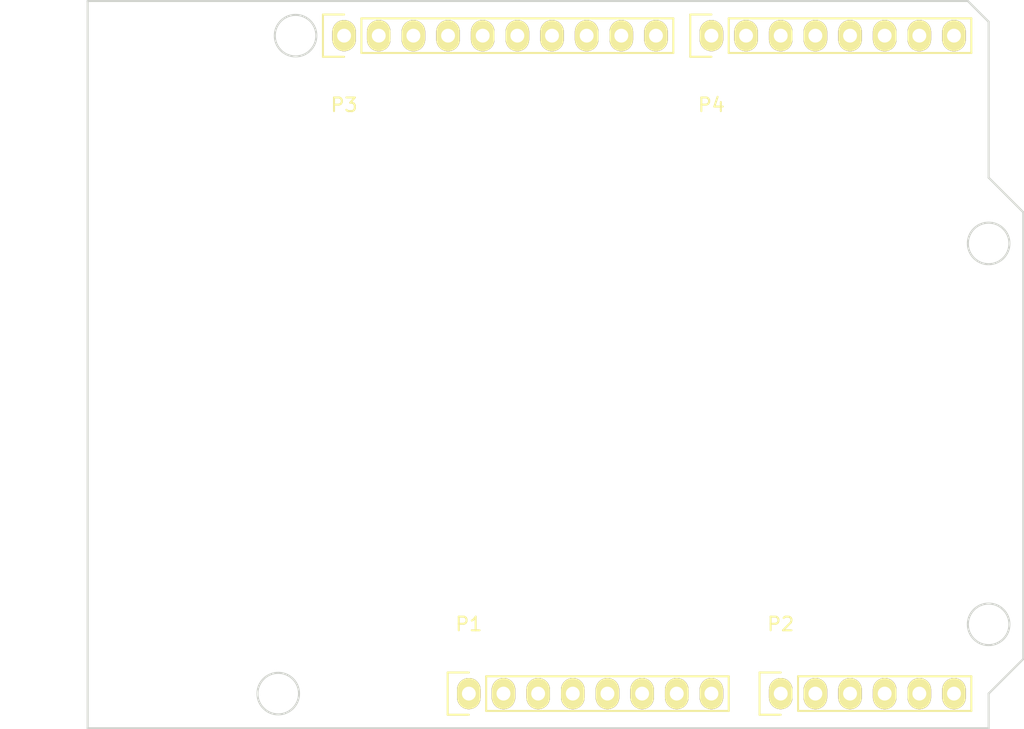
<source format=kicad_pcb>
(kicad_pcb (version 4) (host pcbnew "(2015-03-25 BZR 5536)-product")

  (general
    (links 4)
    (no_connects 4)
    (area 110.922999 72.949999 179.653001 126.440001)
    (thickness 1.6)
    (drawings 30)
    (tracks 0)
    (zones 0)
    (modules 4)
    (nets 29)
  )

  (page A4)
  (title_block
    (date "lun. 30 mars 2015")
  )

  (layers
    (0 F.Cu signal)
    (31 B.Cu signal)
    (32 B.Adhes user)
    (33 F.Adhes user)
    (34 B.Paste user)
    (35 F.Paste user)
    (36 B.SilkS user)
    (37 F.SilkS user)
    (38 B.Mask user)
    (39 F.Mask user)
    (40 Dwgs.User user)
    (41 Cmts.User user)
    (42 Eco1.User user)
    (43 Eco2.User user)
    (44 Edge.Cuts user)
    (45 Margin user)
    (46 B.CrtYd user)
    (47 F.CrtYd user)
    (48 B.Fab user)
    (49 F.Fab user)
  )

  (setup
    (last_trace_width 0.25)
    (trace_clearance 0.2)
    (zone_clearance 0.508)
    (zone_45_only no)
    (trace_min 0.2)
    (segment_width 0.15)
    (edge_width 0.15)
    (via_size 0.6)
    (via_drill 0.4)
    (via_min_size 0.4)
    (via_min_drill 0.3)
    (uvia_size 0.3)
    (uvia_drill 0.1)
    (uvias_allowed no)
    (uvia_min_size 0.2)
    (uvia_min_drill 0.1)
    (pcb_text_width 0.3)
    (pcb_text_size 1.5 1.5)
    (mod_edge_width 0.15)
    (mod_text_size 1 1)
    (mod_text_width 0.15)
    (pad_size 1.5 1.5)
    (pad_drill 0.6)
    (pad_to_mask_clearance 0)
    (aux_axis_origin 110.998 126.365)
    (grid_origin 110.998 126.365)
    (visible_elements FFFFFF7F)
    (pcbplotparams
      (layerselection 0x00030_80000001)
      (usegerberextensions false)
      (excludeedgelayer true)
      (linewidth 0.100000)
      (plotframeref false)
      (viasonmask false)
      (mode 1)
      (useauxorigin false)
      (hpglpennumber 1)
      (hpglpenspeed 20)
      (hpglpendiameter 15)
      (hpglpenoverlay 2)
      (psnegative false)
      (psa4output false)
      (plotreference true)
      (plotvalue true)
      (plotinvisibletext false)
      (padsonsilk false)
      (subtractmaskfromsilk false)
      (outputformat 1)
      (mirror false)
      (drillshape 1)
      (scaleselection 1)
      (outputdirectory ""))
  )

  (net 0 "")
  (net 1 /NC)
  (net 2 /IOREF)
  (net 3 /Reset)
  (net 4 +3.3V)
  (net 5 +5V)
  (net 6 GND)
  (net 7 /Vin)
  (net 8 /A0)
  (net 9 /A1)
  (net 10 /A2)
  (net 11 /A3)
  (net 12 /AREF)
  (net 13 "/A4(SDA)")
  (net 14 "/A5(SCL)")
  (net 15 /13)
  (net 16 /12)
  (net 17 "/11(**)")
  (net 18 "/10(**)")
  (net 19 "/9(**)")
  (net 20 /8)
  (net 21 /7)
  (net 22 "/6(**)")
  (net 23 "/5(**)")
  (net 24 /4)
  (net 25 "/3(**)")
  (net 26 /2)
  (net 27 "/1(Tx)")
  (net 28 "/0(Rx)")

  (net_class Default "This is the default net class."
    (clearance 0.2)
    (trace_width 0.25)
    (via_dia 0.6)
    (via_drill 0.4)
    (uvia_dia 0.3)
    (uvia_drill 0.1)
    (add_net +3.3V)
    (add_net +5V)
    (add_net "/0(Rx)")
    (add_net "/1(Tx)")
    (add_net "/10(**)")
    (add_net "/11(**)")
    (add_net /12)
    (add_net /13)
    (add_net /2)
    (add_net "/3(**)")
    (add_net /4)
    (add_net "/5(**)")
    (add_net "/6(**)")
    (add_net /7)
    (add_net /8)
    (add_net "/9(**)")
    (add_net /A0)
    (add_net /A1)
    (add_net /A2)
    (add_net /A3)
    (add_net "/A4(SDA)")
    (add_net "/A5(SCL)")
    (add_net /AREF)
    (add_net /IOREF)
    (add_net /NC)
    (add_net /Reset)
    (add_net /Vin)
    (add_net GND)
  )

  (module Socket_Arduino_Uno:Socket_Strip_Arduino_1x08 (layer F.Cu) (tedit 5517B5EE) (tstamp 5519A672)
    (at 138.938 123.825)
    (descr "Through hole socket strip")
    (tags "socket strip")
    (path /5517C2C1)
    (fp_text reference P1 (at 0 -5.1) (layer F.SilkS)
      (effects (font (size 1 1) (thickness 0.15)))
    )
    (fp_text value Power (at 0 -3.1) (layer F.Fab)
      (effects (font (size 1 1) (thickness 0.15)))
    )
    (fp_line (start -1.75 -1.75) (end -1.75 1.75) (layer F.CrtYd) (width 0.05))
    (fp_line (start 19.55 -1.75) (end 19.55 1.75) (layer F.CrtYd) (width 0.05))
    (fp_line (start -1.75 -1.75) (end 19.55 -1.75) (layer F.CrtYd) (width 0.05))
    (fp_line (start -1.75 1.75) (end 19.55 1.75) (layer F.CrtYd) (width 0.05))
    (fp_line (start 1.27 1.27) (end 19.05 1.27) (layer F.SilkS) (width 0.15))
    (fp_line (start 19.05 1.27) (end 19.05 -1.27) (layer F.SilkS) (width 0.15))
    (fp_line (start 19.05 -1.27) (end 1.27 -1.27) (layer F.SilkS) (width 0.15))
    (fp_line (start -1.55 1.55) (end 0 1.55) (layer F.SilkS) (width 0.15))
    (fp_line (start 1.27 1.27) (end 1.27 -1.27) (layer F.SilkS) (width 0.15))
    (fp_line (start 0 -1.55) (end -1.55 -1.55) (layer F.SilkS) (width 0.15))
    (fp_line (start -1.55 -1.55) (end -1.55 1.55) (layer F.SilkS) (width 0.15))
    (pad 1 thru_hole oval (at 0 0) (size 1.7272 2.286) (drill 1.016) (layers *.Cu *.Mask F.SilkS)
      (net 1 /NC))
    (pad 2 thru_hole oval (at 2.54 0) (size 1.7272 2.286) (drill 1.016) (layers *.Cu *.Mask F.SilkS)
      (net 2 /IOREF))
    (pad 3 thru_hole oval (at 5.08 0) (size 1.7272 2.286) (drill 1.016) (layers *.Cu *.Mask F.SilkS)
      (net 3 /Reset))
    (pad 4 thru_hole oval (at 7.62 0) (size 1.7272 2.286) (drill 1.016) (layers *.Cu *.Mask F.SilkS)
      (net 4 +3.3V))
    (pad 5 thru_hole oval (at 10.16 0) (size 1.7272 2.286) (drill 1.016) (layers *.Cu *.Mask F.SilkS)
      (net 5 +5V))
    (pad 6 thru_hole oval (at 12.7 0) (size 1.7272 2.286) (drill 1.016) (layers *.Cu *.Mask F.SilkS)
      (net 6 GND))
    (pad 7 thru_hole oval (at 15.24 0) (size 1.7272 2.286) (drill 1.016) (layers *.Cu *.Mask F.SilkS)
      (net 6 GND))
    (pad 8 thru_hole oval (at 17.78 0) (size 1.7272 2.286) (drill 1.016) (layers *.Cu *.Mask F.SilkS)
      (net 7 /Vin))
    (model ${KIPRJMOD}/Socket_Arduino.3dshapes/Socket_header_Arduino_1x08.wrl
      (at (xyz 0.35 0 0))
      (scale (xyz 1 1 1))
      (rotate (xyz 0 0 180))
    )
  )

  (module Socket_Arduino_Uno:Socket_Strip_Arduino_1x06 (layer F.Cu) (tedit 5517B6F3) (tstamp 5519A67D)
    (at 161.798 123.825)
    (descr "Through hole socket strip")
    (tags "socket strip")
    (path /5517C323)
    (fp_text reference P2 (at 0 -5.1) (layer F.SilkS)
      (effects (font (size 1 1) (thickness 0.15)))
    )
    (fp_text value Analog (at 0 -3.1) (layer F.Fab)
      (effects (font (size 1 1) (thickness 0.15)))
    )
    (fp_line (start -1.75 -1.75) (end -1.75 1.75) (layer F.CrtYd) (width 0.05))
    (fp_line (start 14.45 -1.75) (end 14.45 1.75) (layer F.CrtYd) (width 0.05))
    (fp_line (start -1.75 -1.75) (end 14.45 -1.75) (layer F.CrtYd) (width 0.05))
    (fp_line (start -1.75 1.75) (end 14.45 1.75) (layer F.CrtYd) (width 0.05))
    (fp_line (start 1.27 1.27) (end 13.97 1.27) (layer F.SilkS) (width 0.15))
    (fp_line (start 13.97 1.27) (end 13.97 -1.27) (layer F.SilkS) (width 0.15))
    (fp_line (start 13.97 -1.27) (end 1.27 -1.27) (layer F.SilkS) (width 0.15))
    (fp_line (start -1.55 1.55) (end 0 1.55) (layer F.SilkS) (width 0.15))
    (fp_line (start 1.27 1.27) (end 1.27 -1.27) (layer F.SilkS) (width 0.15))
    (fp_line (start 0 -1.55) (end -1.55 -1.55) (layer F.SilkS) (width 0.15))
    (fp_line (start -1.55 -1.55) (end -1.55 1.55) (layer F.SilkS) (width 0.15))
    (pad 1 thru_hole oval (at 0 0) (size 1.7272 2.286) (drill 1.016) (layers *.Cu *.Mask F.SilkS)
      (net 8 /A0))
    (pad 2 thru_hole oval (at 2.54 0) (size 1.7272 2.286) (drill 1.016) (layers *.Cu *.Mask F.SilkS)
      (net 9 /A1))
    (pad 3 thru_hole oval (at 5.08 0) (size 1.7272 2.286) (drill 1.016) (layers *.Cu *.Mask F.SilkS)
      (net 10 /A2))
    (pad 4 thru_hole oval (at 7.62 0) (size 1.7272 2.286) (drill 1.016) (layers *.Cu *.Mask F.SilkS)
      (net 11 /A3))
    (pad 5 thru_hole oval (at 10.16 0) (size 1.7272 2.286) (drill 1.016) (layers *.Cu *.Mask F.SilkS)
      (net 13 "/A4(SDA)"))
    (pad 6 thru_hole oval (at 12.7 0) (size 1.7272 2.286) (drill 1.016) (layers *.Cu *.Mask F.SilkS)
      (net 14 "/A5(SCL)"))
    (model ${KIPRJMOD}/Socket_Arduino.3dshapes/Socket_header_Arduino_1x06.wrl
      (at (xyz 0.25 0 0))
      (scale (xyz 1 1 1))
      (rotate (xyz 0 0 180))
    )
  )

  (module Socket_Arduino_Uno:Socket_Strip_Arduino_1x10 (layer F.Cu) (tedit 5519A67E) (tstamp 5519A686)
    (at 129.794 75.565)
    (descr "Through hole socket strip")
    (tags "socket strip")
    (path /5517C46C)
    (fp_text reference P3 (at 0 5.08) (layer F.SilkS)
      (effects (font (size 1 1) (thickness 0.15)))
    )
    (fp_text value Digital (at 0 3.048) (layer F.Fab)
      (effects (font (size 1 1) (thickness 0.15)))
    )
    (fp_line (start -1.75 -1.75) (end -1.75 1.75) (layer F.CrtYd) (width 0.05))
    (fp_line (start 24.65 -1.75) (end 24.65 1.75) (layer F.CrtYd) (width 0.05))
    (fp_line (start -1.75 -1.75) (end 24.65 -1.75) (layer F.CrtYd) (width 0.05))
    (fp_line (start -1.75 1.75) (end 24.65 1.75) (layer F.CrtYd) (width 0.05))
    (fp_line (start 1.27 1.27) (end 24.13 1.27) (layer F.SilkS) (width 0.15))
    (fp_line (start 24.13 1.27) (end 24.13 -1.27) (layer F.SilkS) (width 0.15))
    (fp_line (start 24.13 -1.27) (end 1.27 -1.27) (layer F.SilkS) (width 0.15))
    (fp_line (start -1.55 1.55) (end 0 1.55) (layer F.SilkS) (width 0.15))
    (fp_line (start 1.27 1.27) (end 1.27 -1.27) (layer F.SilkS) (width 0.15))
    (fp_line (start 0 -1.55) (end -1.55 -1.55) (layer F.SilkS) (width 0.15))
    (fp_line (start -1.55 -1.55) (end -1.55 1.55) (layer F.SilkS) (width 0.15))
    (pad 1 thru_hole oval (at 0 0) (size 1.7272 2.286) (drill 1.016) (layers *.Cu *.Mask F.SilkS)
      (net 14 "/A5(SCL)"))
    (pad 2 thru_hole oval (at 2.54 0) (size 1.7272 2.286) (drill 1.016) (layers *.Cu *.Mask F.SilkS)
      (net 13 "/A4(SDA)"))
    (pad 3 thru_hole oval (at 5.08 0) (size 1.7272 2.286) (drill 1.016) (layers *.Cu *.Mask F.SilkS)
      (net 12 /AREF))
    (pad 4 thru_hole oval (at 7.62 0) (size 1.7272 2.286) (drill 1.016) (layers *.Cu *.Mask F.SilkS)
      (net 6 GND))
    (pad 5 thru_hole oval (at 10.16 0) (size 1.7272 2.286) (drill 1.016) (layers *.Cu *.Mask F.SilkS)
      (net 15 /13))
    (pad 6 thru_hole oval (at 12.7 0) (size 1.7272 2.286) (drill 1.016) (layers *.Cu *.Mask F.SilkS)
      (net 16 /12))
    (pad 7 thru_hole oval (at 15.24 0) (size 1.7272 2.286) (drill 1.016) (layers *.Cu *.Mask F.SilkS)
      (net 17 "/11(**)"))
    (pad 8 thru_hole oval (at 17.78 0) (size 1.7272 2.286) (drill 1.016) (layers *.Cu *.Mask F.SilkS)
      (net 18 "/10(**)"))
    (pad 9 thru_hole oval (at 20.32 0) (size 1.7272 2.286) (drill 1.016) (layers *.Cu *.Mask F.SilkS)
      (net 19 "/9(**)"))
    (pad 10 thru_hole oval (at 22.86 0) (size 1.7272 2.286) (drill 1.016) (layers *.Cu *.Mask F.SilkS)
      (net 20 /8))
    (model ${KIPRJMOD}/Socket_Arduino.3dshapes/Socket_header_Arduino_1x10.wrl
      (at (xyz 0.45 0 0))
      (scale (xyz 1 1 1))
      (rotate (xyz 0 0 180))
    )
  )

  (module Socket_Arduino_Uno:Socket_Strip_Arduino_1x08 (layer F.Cu) (tedit 5519A686) (tstamp 5519A693)
    (at 156.718 75.565)
    (descr "Through hole socket strip")
    (tags "socket strip")
    (path /5517C366)
    (fp_text reference P4 (at 0 5.08) (layer F.SilkS)
      (effects (font (size 1 1) (thickness 0.15)))
    )
    (fp_text value Digital (at 0 3.048) (layer F.Fab)
      (effects (font (size 1 1) (thickness 0.15)))
    )
    (fp_line (start -1.75 -1.75) (end -1.75 1.75) (layer F.CrtYd) (width 0.05))
    (fp_line (start 19.55 -1.75) (end 19.55 1.75) (layer F.CrtYd) (width 0.05))
    (fp_line (start -1.75 -1.75) (end 19.55 -1.75) (layer F.CrtYd) (width 0.05))
    (fp_line (start -1.75 1.75) (end 19.55 1.75) (layer F.CrtYd) (width 0.05))
    (fp_line (start 1.27 1.27) (end 19.05 1.27) (layer F.SilkS) (width 0.15))
    (fp_line (start 19.05 1.27) (end 19.05 -1.27) (layer F.SilkS) (width 0.15))
    (fp_line (start 19.05 -1.27) (end 1.27 -1.27) (layer F.SilkS) (width 0.15))
    (fp_line (start -1.55 1.55) (end 0 1.55) (layer F.SilkS) (width 0.15))
    (fp_line (start 1.27 1.27) (end 1.27 -1.27) (layer F.SilkS) (width 0.15))
    (fp_line (start 0 -1.55) (end -1.55 -1.55) (layer F.SilkS) (width 0.15))
    (fp_line (start -1.55 -1.55) (end -1.55 1.55) (layer F.SilkS) (width 0.15))
    (pad 1 thru_hole oval (at 0 0) (size 1.7272 2.286) (drill 1.016) (layers *.Cu *.Mask F.SilkS)
      (net 21 /7))
    (pad 2 thru_hole oval (at 2.54 0) (size 1.7272 2.286) (drill 1.016) (layers *.Cu *.Mask F.SilkS)
      (net 22 "/6(**)"))
    (pad 3 thru_hole oval (at 5.08 0) (size 1.7272 2.286) (drill 1.016) (layers *.Cu *.Mask F.SilkS)
      (net 23 "/5(**)"))
    (pad 4 thru_hole oval (at 7.62 0) (size 1.7272 2.286) (drill 1.016) (layers *.Cu *.Mask F.SilkS)
      (net 24 /4))
    (pad 5 thru_hole oval (at 10.16 0) (size 1.7272 2.286) (drill 1.016) (layers *.Cu *.Mask F.SilkS)
      (net 25 "/3(**)"))
    (pad 6 thru_hole oval (at 12.7 0) (size 1.7272 2.286) (drill 1.016) (layers *.Cu *.Mask F.SilkS)
      (net 26 /2))
    (pad 7 thru_hole oval (at 15.24 0) (size 1.7272 2.286) (drill 1.016) (layers *.Cu *.Mask F.SilkS)
      (net 27 "/1(Tx)"))
    (pad 8 thru_hole oval (at 17.78 0) (size 1.7272 2.286) (drill 1.016) (layers *.Cu *.Mask F.SilkS)
      (net 28 "/0(Rx)"))
    (model ${KIPRJMOD}/Socket_Arduino.3dshapes/Socket_header_Arduino_1x08.wrl
      (at (xyz 0.35 0 0))
      (scale (xyz 1 1 1))
      (rotate (xyz 0 0 180))
    )
  )

  (gr_circle (center 117.348 76.962) (end 118.618 76.962) (layer Dwgs.User) (width 0.15))
  (gr_line (start 114.427 78.994) (end 114.427 74.93) (angle 90) (layer Dwgs.User) (width 0.15))
  (gr_line (start 120.269 78.994) (end 114.427 78.994) (angle 90) (layer Dwgs.User) (width 0.15))
  (gr_line (start 120.269 74.93) (end 120.269 78.994) (angle 90) (layer Dwgs.User) (width 0.15))
  (gr_line (start 114.427 74.93) (end 120.269 74.93) (angle 90) (layer Dwgs.User) (width 0.15))
  (gr_line (start 120.523 93.98) (end 104.648 93.98) (angle 90) (layer Dwgs.User) (width 0.15))
  (gr_circle (center 177.038 90.805) (end 178.562 90.805) (layer Edge.Cuts) (width 0.15))
  (gr_line (start 177.038 74.549) (end 175.514 73.025) (angle 90) (layer Edge.Cuts) (width 0.15))
  (gr_line (start 177.038 85.979) (end 177.038 74.549) (angle 90) (layer Edge.Cuts) (width 0.15))
  (gr_line (start 179.578 88.519) (end 177.038 85.979) (angle 90) (layer Edge.Cuts) (width 0.15))
  (gr_line (start 179.578 121.285) (end 179.578 88.519) (angle 90) (layer Edge.Cuts) (width 0.15))
  (gr_line (start 177.038 123.825) (end 179.578 121.285) (angle 90) (layer Edge.Cuts) (width 0.15))
  (gr_line (start 177.038 126.365) (end 177.038 123.825) (angle 90) (layer Edge.Cuts) (width 0.15))
  (gr_line (start 110.998 126.365) (end 177.038 126.365) (angle 90) (layer Edge.Cuts) (width 0.15))
  (gr_line (start 110.998 73.025) (end 110.998 126.365) (angle 90) (layer Edge.Cuts) (width 0.15))
  (gr_circle (center 124.968 123.825) (end 123.444 123.825) (layer Edge.Cuts) (width 0.15))
  (gr_circle (center 177.038 118.745) (end 175.514 118.745) (layer Edge.Cuts) (width 0.15))
  (gr_circle (center 126.238 75.565) (end 124.714 75.565) (layer Edge.Cuts) (width 0.15))
  (gr_line (start 175.514 73.025) (end 110.998 73.025) (angle 90) (layer Edge.Cuts) (width 0.15))
  (gr_line (start 173.355 102.235) (end 173.355 94.615) (angle 90) (layer Dwgs.User) (width 0.15))
  (gr_line (start 178.435 102.235) (end 173.355 102.235) (angle 90) (layer Dwgs.User) (width 0.15))
  (gr_line (start 178.435 94.615) (end 178.435 102.235) (angle 90) (layer Dwgs.User) (width 0.15))
  (gr_line (start 173.355 94.615) (end 178.435 94.615) (angle 90) (layer Dwgs.User) (width 0.15))
  (gr_line (start 109.093 123.19) (end 109.093 114.3) (angle 90) (layer Dwgs.User) (width 0.15))
  (gr_line (start 122.428 123.19) (end 109.093 123.19) (angle 90) (layer Dwgs.User) (width 0.15))
  (gr_line (start 122.428 114.3) (end 122.428 123.19) (angle 90) (layer Dwgs.User) (width 0.15))
  (gr_line (start 109.093 114.3) (end 122.428 114.3) (angle 90) (layer Dwgs.User) (width 0.15))
  (gr_line (start 104.648 93.98) (end 104.648 82.55) (angle 90) (layer Dwgs.User) (width 0.15))
  (gr_line (start 120.523 82.55) (end 120.523 93.98) (angle 90) (layer Dwgs.User) (width 0.15))
  (gr_line (start 104.648 82.55) (end 120.523 82.55) (angle 90) (layer Dwgs.User) (width 0.15))

)

</source>
